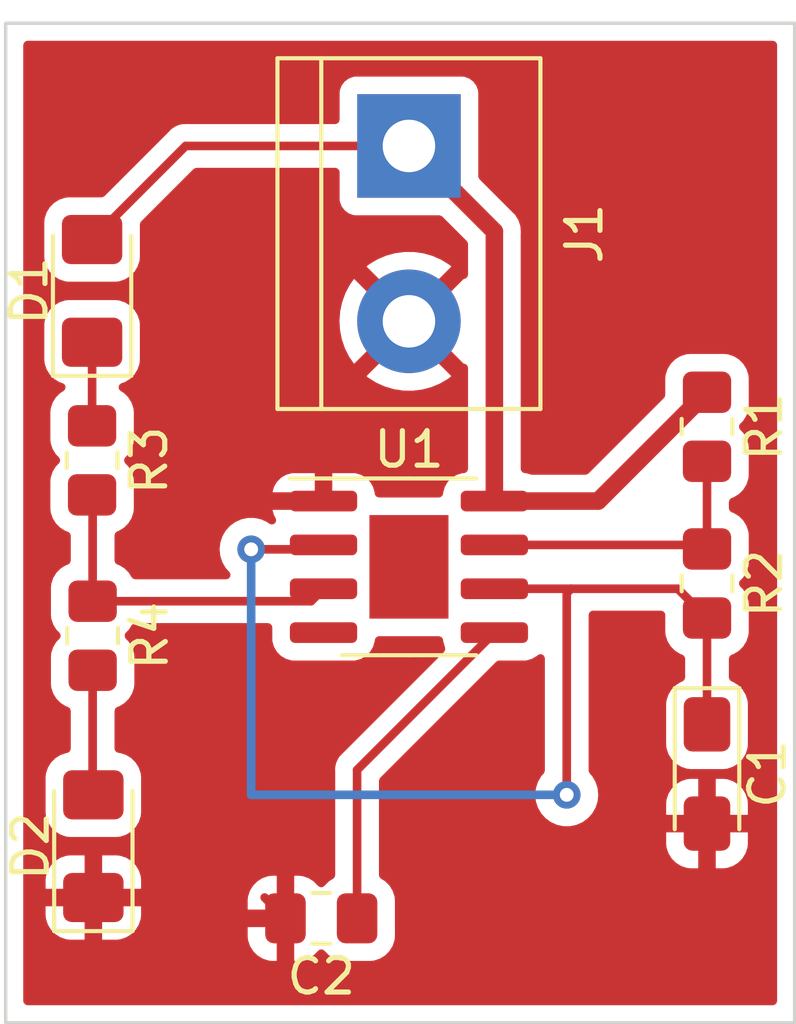
<source format=kicad_pcb>
(kicad_pcb (version 20211014) (generator pcbnew)
  (layers (0 "F.Cu" signal) (31 "B.Cu" signal) (34 "B.Paste" user) (35 "F.Paste" user) (36 "B.SilkS" user "B.Silkscreen") (37 "F.SilkS" user "F.Silkscreen") (38 "B.Mask" user) (39 "F.Mask" user) (44 "Edge.Cuts" user))
  (net 0 "")
  (net 1 "/pin_2")
  (net 2 "GND")
  (net 3 "Net-(C2-Pad1)")
  (net 4 "Net-(D1-Pad1)")
  (net 5 "+9V")
  (net 6 "Net-(D2-Pad2)")
  (net 7 "Net-(R1-Pad2)")
  (net 8 "/pin_3")
  (net 9 "/9V")
  (footprint "Package_SO:SOIC-8-1EP_3.9x4.9mm_P1.27mm_EP2.29x3mm" (layer "F.Cu") (at 148.336 92.964)
    (fp_text reference "U1" (at 0 -3.4) (layer "F.SilkS"))
    (fp_text value "NE555D")
    (fp_line (start 0 -2.56) (end 1.95 -2.56) (layer "F.SilkS") (width 0.12))
    (fp_line (start 0 2.56) (end 1.95 2.56) (layer "F.SilkS") (width 0.12))
    (fp_line (start 0 2.56) (end -1.95 2.56) (layer "F.SilkS") (width 0.12))
    (fp_line (start 0 -2.56) (end -3.45 -2.56) (layer "F.SilkS") (width 0.12))
    (pad "1" smd roundrect (at -2.475 -1.905) (size 1.95 0.6) (layers "F.Cu" "F.Paste" "F.Mask") (net 2 "GND"))
    (pad "2" smd roundrect (at -2.475 -0.635) (size 1.95 0.6) (layers "F.Cu" "F.Paste" "F.Mask") (net 1 "/pin_2"))
    (pad "3" smd roundrect (at -2.475 0.635) (size 1.95 0.6) (layers "F.Cu" "F.Paste" "F.Mask") (net 8 "/pin_3"))
    (pad "4" smd roundrect (at -2.475 1.905) (size 1.95 0.6) (layers "F.Cu" "F.Paste" "F.Mask") (net 9 "/9V"))
    (pad "5" smd roundrect (at 2.475 1.905) (size 1.95 0.6) (layers "F.Cu" "F.Paste" "F.Mask") (net 3 "Net-(C2-Pad1)"))
    (pad "6" smd roundrect (at 2.475 0.635) (size 1.95 0.6) (layers "F.Cu" "F.Paste" "F.Mask") (net 1 "/pin_2"))
    (pad "7" smd roundrect (at 2.475 -0.635) (size 1.95 0.6) (layers "F.Cu" "F.Paste" "F.Mask") (net 7 "Net-(R1-Pad2)"))
    (pad "8" smd roundrect (at 2.475 -1.905) (size 1.95 0.6) (layers "F.Cu" "F.Paste" "F.Mask") (net 5 "+9V"))
    (pad "9" smd rect (at 0 0) (size 2.29 3) (layers "F.Cu" "F.Mask"))
  )
  (footprint "Resistor_SMD:R_0805_2012Metric_Pad1.20x1.40mm_HandSolder" (layer "F.Cu") (at 139.1555 89.8795 -90)
    (fp_text reference "R3" (at 0 -1.65 90) (layer "F.SilkS"))
    (fp_text value "1 kOhm")
    (fp_line (start -0.227064 0.735) (end 0.227064 0.735) (layer "F.SilkS") (width 0.12))
    (fp_line (start -0.227064 -0.735) (end 0.227064 -0.735) (layer "F.SilkS") (width 0.12))
    (pad "1" smd roundrect (at -1 0 270) (size 1.2 1.4) (layers "F.Cu" "F.Paste" "F.Mask") (roundrect_rratio 0.2083333333) (net 4 "Net-(D1-Pad1)"))
    (pad "2" smd roundrect (at 1 0 270) (size 1.2 1.4) (layers "F.Cu" "F.Paste" "F.Mask") (roundrect_rratio 0.2083333333) (net 8 "/pin_3"))
  )
  (footprint "Capacitor_Tantalum_SMD:CP_EIA-3216-18_Kemet-A_Pad1.58x1.35mm_HandSolder" (layer "F.Cu") (at 156.972 98.9635 -90)
    (fp_text reference "C1" (at 0 -1.75 90) (layer "F.SilkS"))
    (fp_text value "10 uF")
    (fp_line (start 1.6 -0.935) (end -2.485 -0.935) (layer "F.SilkS") (width 0.12))
    (fp_line (start -2.485 -0.935) (end -2.485 0.935) (layer "F.SilkS") (width 0.12))
    (fp_line (start -2.485 0.935) (end 1.6 0.935) (layer "F.SilkS") (width 0.12))
    (pad "1" smd roundrect (at -1.4375 0 270) (size 1.575 1.35) (layers "F.Cu" "F.Paste" "F.Mask") (roundrect_rratio 0.1851851852) (net 1 "/pin_2"))
    (pad "2" smd roundrect (at 1.4375 0 270) (size 1.575 1.35) (layers "F.Cu" "F.Paste" "F.Mask") (roundrect_rratio 0.1851851852) (net 2 "GND"))
  )
  (footprint "Resistor_SMD:R_0805_2012Metric_Pad1.20x1.40mm_HandSolder" (layer "F.Cu") (at 156.972 93.446 -90)
    (fp_text reference "R2" (at 0 -1.65 90) (layer "F.SilkS"))
    (fp_text value "10 kOhms")
    (fp_line (start -0.227064 -0.735) (end 0.227064 -0.735) (layer "F.SilkS") (width 0.12))
    (fp_line (start -0.227064 0.735) (end 0.227064 0.735) (layer "F.SilkS") (width 0.12))
    (pad "1" smd roundrect (at -1 0 270) (size 1.2 1.4) (layers "F.Cu" "F.Paste" "F.Mask") (roundrect_rratio 0.2083333333) (net 7 "Net-(R1-Pad2)"))
    (pad "2" smd roundrect (at 1 0 270) (size 1.2 1.4) (layers "F.Cu" "F.Paste" "F.Mask") (roundrect_rratio 0.2083333333) (net 1 "/pin_2"))
  )
  (footprint "Resistor_SMD:R_0805_2012Metric_Pad1.20x1.40mm_HandSolder" (layer "F.Cu") (at 139.1715 94.9595 -90)
    (fp_text reference "R4" (at 0 -1.65 90) (layer "F.SilkS"))
    (fp_text value "1 kOhm")
    (fp_line (start -0.227064 0.735) (end 0.227064 0.735) (layer "F.SilkS") (width 0.12))
    (fp_line (start -0.227064 -0.735) (end 0.227064 -0.735) (layer "F.SilkS") (width 0.12))
    (pad "1" smd roundrect (at -1 0 270) (size 1.2 1.4) (layers "F.Cu" "F.Paste" "F.Mask") (roundrect_rratio 0.2083333333) (net 8 "/pin_3"))
    (pad "2" smd roundrect (at 1 0 270) (size 1.2 1.4) (layers "F.Cu" "F.Paste" "F.Mask") (roundrect_rratio 0.2083333333) (net 6 "Net-(D2-Pad2)"))
  )
  (footprint "Resistor_SMD:R_0805_2012Metric_Pad1.20x1.40mm_HandSolder" (layer "F.Cu") (at 156.972 88.906 -90)
    (fp_text reference "R1" (at 0 -1.65 90) (layer "F.SilkS"))
    (fp_text value "1 kOhm")
    (fp_line (start -0.227064 0.735) (end 0.227064 0.735) (layer "F.SilkS") (width 0.12))
    (fp_line (start -0.227064 -0.735) (end 0.227064 -0.735) (layer "F.SilkS") (width 0.12))
    (pad "1" smd roundrect (at -1 0 270) (size 1.2 1.4) (layers "F.Cu" "F.Paste" "F.Mask") (roundrect_rratio 0.2083333333) (net 5 "+9V"))
    (pad "2" smd roundrect (at 1 0 270) (size 1.2 1.4) (layers "F.Cu" "F.Paste" "F.Mask") (roundrect_rratio 0.2083333333) (net 7 "Net-(R1-Pad2)"))
  )
  (footprint "Capacitor_SMD:C_0805_2012Metric_Pad1.18x1.45mm_HandSolder" (layer "F.Cu") (at 145.796 103.1455 180)
    (fp_text reference "C2" (at 0 -1.68) (layer "F.SilkS"))
    (fp_text value "0.01 uF")
    (fp_line (start -0.261252 -0.735) (end 0.261252 -0.735) (layer "F.SilkS") (width 0.12))
    (fp_line (start -0.261252 0.735) (end 0.261252 0.735) (layer "F.SilkS") (width 0.12))
    (pad "1" smd roundrect (at -1.0375 0 180) (size 1.175 1.45) (layers "F.Cu" "F.Paste" "F.Mask") (roundrect_rratio 0.2127659574) (net 3 "Net-(C2-Pad1)"))
    (pad "2" smd roundrect (at 1.0375 0 180) (size 1.175 1.45) (layers "F.Cu" "F.Paste" "F.Mask") (roundrect_rratio 0.2127659574) (net 2 "GND"))
  )
  (footprint "TerminalBlock:TerminalBlock_bornier-2_P5.08mm" (layer "F.Cu") (at 148.336 80.772 -90)
    (fp_text reference "J1" (at 2.54 -5.08 90) (layer "F.SilkS"))
    (fp_text value "Conn_01x02_Male")
    (fp_line (start -2.54 3.81) (end 7.62 3.81) (layer "F.SilkS") (width 0.12))
    (fp_line (start 7.62 3.81) (end 7.62 -3.81) (layer "F.SilkS") (width 0.12))
    (fp_line (start 7.62 2.54) (end -2.54 2.54) (layer "F.SilkS") (width 0.12))
    (fp_line (start 7.62 -3.81) (end -2.54 -3.81) (layer "F.SilkS") (width 0.12))
    (fp_line (start -2.54 -3.81) (end -2.54 3.81) (layer "F.SilkS") (width 0.12))
    (pad "1" thru_hole rect (at 0 0 270) (size 3 3) (drill 1.52) (layers *.Cu *.Mask) (net 5 "+9V"))
    (pad "2" thru_hole circle (at 5.08 0 270) (size 3 3) (drill 1.52) (layers *.Cu *.Mask) (net 2 "GND"))
  )
  (footprint "LED_SMD:LED_1206_3216Metric_Pad1.42x1.75mm_HandSolder" (layer "F.Cu") (at 139.192 101.0555 90)
    (fp_text reference "D2" (at 0 -1.82 90) (layer "F.SilkS"))
    (fp_text value "LED")
    (fp_line (start -2.46 1.135) (end 1.6 1.135) (layer "F.SilkS") (width 0.12))
    (fp_line (start -2.46 -1.135) (end -2.46 1.135) (layer "F.SilkS") (width 0.12))
    (fp_line (start 1.6 -1.135) (end -2.46 -1.135) (layer "F.SilkS") (width 0.12))
    (pad "1" smd roundrect (at -1.4875 0 90) (size 1.425 1.75) (layers "F.Cu" "F.Paste" "F.Mask") (roundrect_rratio 0.1754392982) (net 2 "GND"))
    (pad "2" smd roundrect (at 1.4875 0 90) (size 1.425 1.75) (layers "F.Cu" "F.Paste" "F.Mask") (roundrect_rratio 0.1754392982) (net 6 "Net-(D2-Pad2)"))
  )
  (footprint "LED_SMD:LED_1206_3216Metric_Pad1.42x1.75mm_HandSolder" (layer "F.Cu") (at 139.1555 84.97 90)
    (fp_text reference "D1" (at 0 -1.82 90) (layer "F.SilkS"))
    (fp_text value "LED")
    (fp_line (start -2.46 -1.135) (end -2.46 1.135) (layer "F.SilkS") (width 0.12))
    (fp_line (start 1.6 -1.135) (end -2.46 -1.135) (layer "F.SilkS") (width 0.12))
    (fp_line (start -2.46 1.135) (end 1.6 1.135) (layer "F.SilkS") (width 0.12))
    (pad "1" smd roundrect (at -1.4875 0 90) (size 1.425 1.75) (layers "F.Cu" "F.Paste" "F.Mask") (roundrect_rratio 0.1754392982) (net 4 "Net-(D1-Pad1)"))
    (pad "2" smd roundrect (at 1.4875 0 90) (size 1.425 1.75) (layers "F.Cu" "F.Paste" "F.Mask") (roundrect_rratio 0.1754392982) (net 5 "+9V"))
  )
  (gr_rect (start 136.652 106.172) (end 159.512 77.216) (layer "Edge.Cuts") (width 0.1) (fill none))
  (segment (start 152.908 99.568) (end 152.908 93.726) (width 0.25) (layer "F.Cu") (net 1))
  (segment (start 156.125 93.599) (end 156.972 94.446) (width 0.25) (layer "F.Cu") (net 1))
  (segment (start 150.811 93.599) (end 153.035 93.599) (width 0.25) (layer "F.Cu") (net 1))
  (segment (start 145.734 92.456) (end 143.764 92.456) (width 0.25) (layer "F.Cu") (net 1))
  (segment (start 156.972 94.446) (end 156.972 97.526) (width 0.25) (layer "F.Cu") (net 1))
  (segment (start 152.908 93.726) (end 153.035 93.599) (width 0.25) (layer "F.Cu") (net 1))
  (segment (start 153.035 93.599) (end 156.125 93.599) (width 0.25) (layer "F.Cu") (net 1))
  (segment (start 145.861 92.329) (end 145.734 92.456) (width 0.25) (layer "F.Cu") (net 1))
  (via (at 143.764 92.456) (size 0.8) (drill 0.4) (layers "F.Cu" "B.Cu") (net 1))
  (via (at 152.908 99.568) (size 0.8) (drill 0.4) (layers "F.Cu" "B.Cu") (net 1))
  (segment (start 143.764 99.568) (end 143.764 92.456) (width 0.25) (layer "B.Cu") (net 1))
  (segment (start 152.908 99.568) (end 143.764 99.568) (width 0.25) (layer "B.Cu") (net 1))
  (segment (start 144.7585 103.1455) (end 144.156 102.543) (width 0.25) (layer "F.Cu") (net 2))
  (segment (start 146.8335 98.8465) (end 150.811 94.869) (width 0.25) (layer "F.Cu") (net 3))
  (segment (start 146.8335 103.1455) (end 146.8335 98.8465) (width 0.25) (layer "F.Cu") (net 3))
  (segment (start 139.1555 88.8795) (end 139.1555 86.4575) (width 0.25) (layer "F.Cu") (net 4))
  (segment (start 150.811 91.059) (end 153.819 91.059) (width 0.508) (layer "F.Cu") (net 5))
  (segment (start 150.811 83.247) (end 148.336 80.772) (width 0.508) (layer "F.Cu") (net 5))
  (segment (start 153.819 91.059) (end 156.972 87.906) (width 0.508) (layer "F.Cu") (net 5))
  (segment (start 141.866 80.772) (end 139.1555 83.4825) (width 0.25) (layer "F.Cu") (net 5))
  (segment (start 148.336 80.772) (end 141.866 80.772) (width 0.25) (layer "F.Cu") (net 5))
  (segment (start 150.811 91.059) (end 150.811 83.247) (width 0.508) (layer "F.Cu") (net 5))
  (segment (start 139.1715 99.5475) (end 139.1715 95.9595) (width 0.25) (layer "F.Cu") (net 6))
  (segment (start 139.192 99.568) (end 139.1715 99.5475) (width 0.25) (layer "F.Cu") (net 6))
  (segment (start 156.972 92.446) (end 156.855 92.329) (width 0.25) (layer "F.Cu") (net 7))
  (segment (start 156.972 89.906) (end 156.972 92.446) (width 0.25) (layer "F.Cu") (net 7))
  (segment (start 156.855 92.329) (end 150.811 92.329) (width 0.25) (layer "F.Cu") (net 7))
  (segment (start 145.5005 93.9595) (end 145.861 93.599) (width 0.25) (layer "F.Cu") (net 8))
  (segment (start 139.1715 90.8955) (end 139.1555 90.8795) (width 0.25) (layer "F.Cu") (net 8))
  (segment (start 139.1715 93.9595) (end 145.5005 93.9595) (width 0.25) (layer "F.Cu") (net 8))
  (segment (start 139.1715 93.9595) (end 139.1715 90.8955) (width 0.25) (layer "F.Cu") (net 8))
  (zone (net 2) (net_name "GND") (layer "F.Cu") (connect_pads (clearance 0.508)) (min_thickness 0.254) (fill yes (thermal_gap 0.508) (thermal_bridge_width 0.508))
    (polygon (pts (xy 159.004 105.664) (xy 137.16 105.664) (xy 137.16 77.724) (xy 159.004 77.724)))
  )
)
</source>
